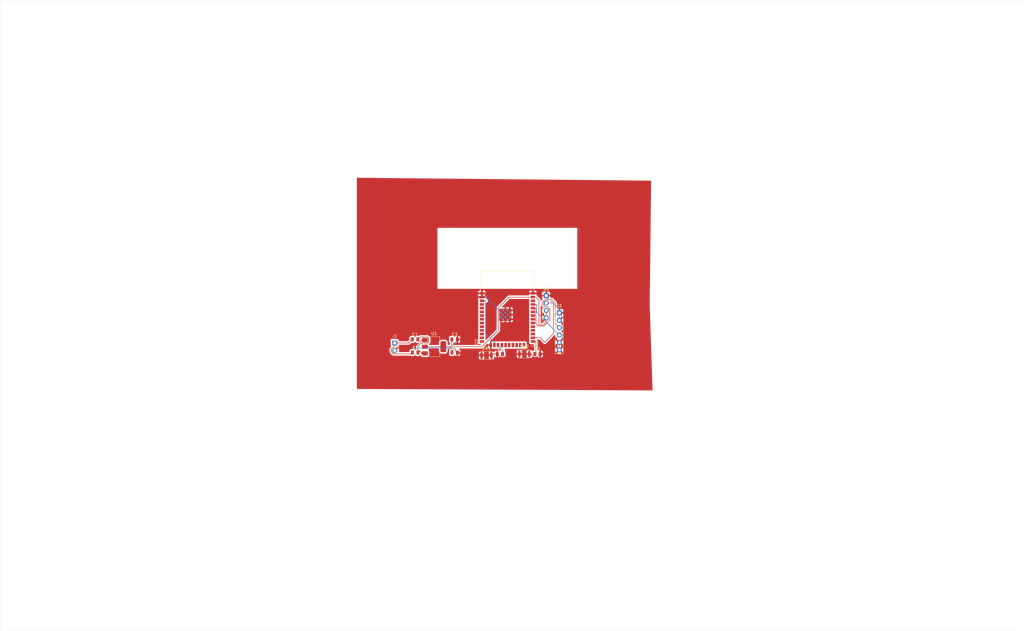
<source format=kicad_pcb>
(kicad_pcb (version 20241229) (generator "pcbnew") (generator_version "9.0")
  (layers (0 "F.Cu" signal) (2 "B.Cu" signal) (13 "F.Paste" user) (15 "B.Paste" user) (5 "F.SilkS" user "F.Silkscreen") (7 "B.SilkS" user "B.Silkscreen") (1 "F.Mask" user) (3 "B.Mask" user) (25 "Edge.Cuts" user))
  (net 0 "")
  (net 1 "Net-(U1-VI)")
  (net 2 "Net-(J1-Pin_1)")
  (net 3 "GND")
  (net 4 "Net-(U1-VO)")
  (net 5 "Net-(J2-Pin_4)")
  (net 6 "Net-(J2-Pin_3)")
  (net 7 "Net-(U2-EN)")
  (net 8 "Net-(U2-IO0)")
  (net 23 "Net-(U2-IO4)")
  (net 39 "unconnected-(U3-NC-Pad3)")
  (footprint "Capacitor_SMD:C_0805_2012Metric" (layer "F.Cu") (at 124 115.5)
    (property "Reference" "C2" (at 0 -1.68 0) (layer "F.SilkS"))
    (property "Value" "0.1uF")
    (fp_line (start -0.261252 -0.735) (end 0.261252 -0.735) (stroke (width 0.12)) (layer "F.SilkS"))
    (fp_line (start -0.261252 0.735) (end 0.261252 0.735) (stroke (width 0.12)) (layer "F.SilkS"))
    (pad "1" smd roundrect (at -0.95 0) (size 1 1.45) (layers "F.Cu" "F.Mask" "F.Paste") (net 2 "Net-(J1-Pin_1)"))
    (pad "2" smd roundrect (at 0.95 0) (size 1 1.45) (layers "F.Cu" "F.Mask" "F.Paste") (net 1 "Net-(U1-VI)"))
  )
  (footprint "Resistor_SMD:R_0805_2012Metric" (layer "F.Cu") (at 153.0875 116)
    (property "Reference" "R1" (at 0 -1.65 0) (layer "F.SilkS"))
    (property "Value" "10k")
    (fp_line (start -0.227064 -0.735) (end 0.227064 -0.735) (stroke (width 0.12)) (layer "F.SilkS"))
    (fp_line (start -0.227064 0.735) (end 0.227064 0.735) (stroke (width 0.12)) (layer "F.SilkS"))
    (pad "1" smd roundrect (at -0.9125 0) (size 1.025 1.4) (layers "F.Cu" "F.Mask" "F.Paste") (roundrect_rratio 0.243902) (net 3 "GND"))
    (pad "2" smd roundrect (at 0.9125 0) (size 1.025 1.4) (layers "F.Cu" "F.Mask" "F.Paste") (roundrect_rratio 0.243902) (net 7 "Net-(U2-EN)"))
  )
  (footprint "Button_Switch_SMD:SW_SPST_B3U-1000P" (layer "F.Cu") (at 161.5 116)
    (property "Reference" "SW2" (at 0 -2.5 0) (layer "F.SilkS"))
    (property "Value" "SW_Push")
    (fp_line (start -1.65 -1.4) (end 1.65 -1.4) (stroke (width 0.12)) (layer "F.SilkS"))
    (fp_line (start -1.65 -1.1) (end -1.65 -1.4) (stroke (width 0.12)) (layer "F.SilkS"))
    (fp_line (start -1.65 1.1) (end -1.65 1.4) (stroke (width 0.12)) (layer "F.SilkS"))
    (fp_line (start -1.65 1.4) (end 1.65 1.4) (stroke (width 0.12)) (layer "F.SilkS"))
    (fp_line (start 1.65 -1.4) (end 1.65 -1.1) (stroke (width 0.12)) (layer "F.SilkS"))
    (fp_line (start 1.65 1.4) (end 1.65 1.1) (stroke (width 0.12)) (layer "F.SilkS"))
    (pad "1" smd rect (at -1.7 0) (size 0.9 1.7) (layers "F.Cu" "F.Mask" "F.Paste") (net 3 "GND"))
    (pad "2" smd rect (at 1.7 0) (size 0.9 1.7) (layers "F.Cu" "F.Mask" "F.Paste") (net 3 "GND"))
  )
  (footprint "Capacitor_SMD:C_0805_2012Metric" (layer "F.Cu") (at 137.55 111)
    (property "Reference" "C3" (at 0 -1.68 0) (layer "F.SilkS"))
    (property "Value" "22uF")
    (fp_line (start -0.261252 -0.735) (end 0.261252 -0.735) (stroke (width 0.12)) (layer "F.SilkS"))
    (fp_line (start -0.261252 0.735) (end 0.261252 0.735) (stroke (width 0.12)) (layer "F.SilkS"))
    (pad "1" smd roundrect (at -0.95 0) (size 1 1.45) (layers "F.Cu" "F.Mask" "F.Paste") (net 4 "Net-(U1-VO)"))
    (pad "2" smd roundrect (at 0.95 0) (size 1 1.45) (layers "F.Cu" "F.Mask" "F.Paste") (net 3 "GND"))
  )
  (footprint "Connector_PinHeader_2.54mm:PinHeader_1x06_P2.54mm_Vertical" (layer "F.Cu") (at 173.5 101.88)
    (property "Reference" "J2" (at 0 -2.38 0) (layer "F.SilkS"))
    (property "Value" "Serial_Prog_Header")
    (fp_line (start -1.38 -1.38) (end 0 -1.38) (stroke (width 0.12)) (layer "F.SilkS"))
    (fp_line (start -1.38 0) (end -1.38 -1.38) (stroke (width 0.12)) (layer "F.SilkS"))
    (fp_line (start -1.38 1.27) (end -1.38 14.08) (stroke (width 0.12)) (layer "F.SilkS"))
    (fp_line (start -1.38 1.27) (end 1.38 1.27) (stroke (width 0.12)) (layer "F.SilkS"))
    (fp_line (start -1.38 14.08) (end 1.38 14.08) (stroke (width 0.12)) (layer "F.SilkS"))
    (fp_line (start 1.38 1.27) (end 1.38 14.08) (stroke (width 0.12)) (layer "F.SilkS"))
    (pad "1" thru_hole rect (at 0 0) (size 1.7 1.7) (drill 1) (layers "*.Cu" "*.Mask") (net 3 "GND"))
    (pad "2" thru_hole circle (at 0 2.54) (size 1.7 1.7) (drill 1) (layers "*.Cu" "*.Mask") (net 3 "GND"))
    (pad "3" thru_hole circle (at 0 5.08) (size 1.7 1.7) (drill 1) (layers "*.Cu" "*.Mask") (net 6 "Net-(J2-Pin_3)"))
    (pad "4" thru_hole circle (at 0 7.62) (size 1.7 1.7) (drill 1) (layers "*.Cu" "*.Mask") (net 5 "Net-(J2-Pin_4)"))
    (pad "5" thru_hole circle (at 0 10.16) (size 1.7 1.7) (drill 1) (layers "*.Cu" "*.Mask") (net 3 "GND"))
    (pad "6" thru_hole circle (at 0 12.7) (size 1.7 1.7) (drill 1) (layers "*.Cu" "*.Mask") (net 3 "GND"))
  )
  (footprint "Resistor_SMD:R_0805_2012Metric" (layer "F.Cu") (at 166 116)
    (property "Reference" "R2" (at 0 -1.65 0) (layer "F.SilkS"))
    (property "Value" "10k")
    (fp_line (start -0.227064 -0.735) (end 0.227064 -0.735) (stroke (width 0.12)) (layer "F.SilkS"))
    (fp_line (start -0.227064 0.735) (end 0.227064 0.735) (stroke (width 0.12)) (layer "F.SilkS"))
    (pad "1" smd roundrect (at -0.9125 0) (size 1.025 1.4) (layers "F.Cu" "F.Mask" "F.Paste") (roundrect_rratio 0.243902) (net 8 "Net-(U2-IO0)"))
    (pad "2" smd roundrect (at 0.9125 0) (size 1.025 1.4) (layers "F.Cu" "F.Mask" "F.Paste") (roundrect_rratio 0.243902) (net 3 "GND"))
  )
  (footprint "Connector_PinHeader_2.54mm:PinHeader_1x04_P2.54mm_Vertical" (layer "F.Cu") (at 169 95.96)
    (property "Reference" "U3" (at 0 -2.38 0) (layer "F.SilkS"))
    (property "Value" "DHT11")
    (fp_line (start -1.38 -1.38) (end 0 -1.38) (stroke (width 0.12)) (layer "F.SilkS"))
    (fp_line (start -1.38 0) (end -1.38 -1.38) (stroke (width 0.12)) (layer "F.SilkS"))
    (fp_line (start -1.38 1.27) (end -1.38 9) (stroke (width 0.12)) (layer "F.SilkS"))
    (fp_line (start -1.38 1.27) (end 1.38 1.27) (stroke (width 0.12)) (layer "F.SilkS"))
    (fp_line (start -1.38 9) (end 1.38 9) (stroke (width 0.12)) (layer "F.SilkS"))
    (fp_line (start 1.38 1.27) (end 1.38 9) (stroke (width 0.12)) (layer "F.SilkS"))
    (pad "1" thru_hole rect (at 0 0) (size 1.7 1.7) (drill 1) (layers "*.Cu" "*.Mask") (net 3 "GND"))
    (pad "2" thru_hole circle (at 0 2.54) (size 1.7 1.7) (drill 1) (layers "*.Cu" "*.Mask") (net 23 "Net-(U2-IO4)"))
    (pad "3" thru_hole circle (at 0 5.08) (size 1.7 1.7) (drill 1) (layers "*.Cu" "*.Mask") (net 39 "unconnected-(U3-NC-Pad3)"))
    (pad "4" thru_hole circle (at 0 7.62) (size 1.7 1.7) (drill 1) (layers "*.Cu" "*.Mask") (net 3 "GND"))
  )
  (footprint "Package_TO_SOT_SMD:SOT-223-3_TabPin2" (layer "F.Cu") (at 130.5 113.5)
    (property "Reference" "U1" (at 0 -4.5 0) (layer "F.SilkS"))
    (property "Value" "AMS1117-3.3")
    (fp_line (start -1.85 -3.41) (end 1.91 -3.41) (stroke (width 0.12)) (layer "F.SilkS"))
    (fp_line (start -1.85 3.41) (end 1.91 3.41) (stroke (width 0.12)) (layer "F.SilkS"))
    (fp_line (start 1.91 -3.41) (end 1.91 -2.15) (stroke (width 0.12)) (layer "F.SilkS"))
    (fp_line (start 1.91 3.41) (end 1.91 2.15) (stroke (width 0.12)) (layer "F.SilkS"))
    (fp_poly (pts (xy -3.13 -3.31) (xy -3.37 -3.64) (xy -2.89 -3.64) (xy -3.13 -3.31)) (stroke (width 0.12)) (fill yes) (layer "F.SilkS"))
    (pad "1" smd roundrect (at -3.15 -2.3) (size 2 1.5) (layers "F.Cu" "F.Mask" "F.Paste") (net 3 "GND"))
    (pad "2" smd roundrect (at -3.15 0) (size 2 1.5) (layers "F.Cu" "F.Mask" "F.Paste") (net 4 "Net-(U1-VO)"))
    (pad "2" smd roundrect (at 3.15 0) (size 2 3.8) (layers "F.Cu" "F.Mask" "F.Paste") (net 4 "Net-(U1-VO)"))
    (pad "3" smd roundrect (at -3.15 2.3) (size 2 1.5) (layers "F.Cu" "F.Mask" "F.Paste") (net 1 "Net-(U1-VI)"))
  )
  (footprint "Capacitor_SMD:C_0805_2012Metric" (layer "F.Cu") (at 137.55 115.5)
    (property "Reference" "C4" (at 0 -1.68 0) (layer "F.SilkS"))
    (property "Value" "0.1uF")
    (fp_line (start -0.261252 -0.735) (end 0.261252 -0.735) (stroke (width 0.12)) (layer "F.SilkS"))
    (fp_line (start -0.261252 0.735) (end 0.261252 0.735) (stroke (width 0.12)) (layer "F.SilkS"))
    (pad "1" smd roundrect (at -0.95 0) (size 1 1.45) (layers "F.Cu" "F.Mask" "F.Paste") (net 4 "Net-(U1-VO)"))
    (pad "2" smd roundrect (at 0.95 0) (size 1 1.45) (layers "F.Cu" "F.Mask" "F.Paste") (net 3 "GND"))
  )
  (footprint "Connector_PinHeader_2.54mm:PinHeader_1x02_P2.54mm_Vertical" (layer "F.Cu") (at 117 112.225)
    (property "Reference" "J1" (at 0 -2.38 0) (layer "F.SilkS"))
    (property "Value" "J1")
    (fp_line (start -1.38 -1.38) (end 0 -1.38) (stroke (width 0.12)) (layer "F.SilkS"))
    (fp_line (start -1.38 0) (end -1.38 -1.38) (stroke (width 0.12)) (layer "F.SilkS"))
    (fp_line (start -1.38 1.27) (end -1.38 3.92) (stroke (width 0.12)) (layer "F.SilkS"))
    (fp_line (start -1.38 1.27) (end 1.38 1.27) (stroke (width 0.12)) (layer "F.SilkS"))
    (fp_line (start -1.38 3.92) (end 1.38 3.92) (stroke (width 0.12)) (layer "F.SilkS"))
    (fp_line (start 1.38 1.27) (end 1.38 3.92) (stroke (width 0.12)) (layer "F.SilkS"))
    (pad "1" thru_hole rect (at 0 0) (size 1.7 1.7) (drill 1) (layers "*.Cu" "*.Mask") (net 2 "Net-(J1-Pin_1)"))
    (pad "2" thru_hole circle (at 0 2.54) (size 1.7 1.7) (drill 1) (layers "*.Cu" "*.Mask") (net 3 "GND"))
  )
  (footprint "RF_Module:ESP32-WROOM-32" (layer "F.Cu") (at 155.655 103.435)
    (property "Reference" "U2" (at -10.61 8.43 90) (layer "F.SilkS"))
    (property "Value" "ESP32-WROOM-32")
    (fp_line (start -9.12 -15.86) (end -9.12 -9.7) (stroke (width 0.12)) (layer "F.SilkS"))
    (fp_line (start -9.12 -15.86) (end 9.12 -15.86) (stroke (width 0.12)) (layer "F.SilkS"))
    (fp_line (start -9.12 9.1) (end -9.12 9.88) (stroke (width 0.12)) (layer "F.SilkS"))
    (fp_line (start -9.12 9.88) (end -8.12 9.88) (stroke (width 0.12)) (layer "F.SilkS"))
    (fp_line (start 9.12 -15.86) (end 9.12 -9.445) (stroke (width 0.12)) (layer "F.SilkS"))
    (fp_line (start 9.12 9.1) (end 9.12 9.88) (stroke (width 0.12)) (layer "F.SilkS"))
    (fp_line (start 9.12 9.88) (end 8.12 9.88) (stroke (width 0.12)) (layer "F.SilkS"))
    (fp_poly (pts (xy -9.125 -8.975) (xy -9.625 -8.975) (xy -9.125 -9.475) (xy -9.125 -8.975)) (stroke (width 0.12)) (fill yes) (layer "F.SilkS"))
    (pad "1" smd rect (at -8.75 -8.25) (size 1.5 0.9) (layers "F.Cu" "F.Mask" "F.Paste") (net 3 "GND"))
    (pad "2" smd rect (at -8.75 -6.98) (size 1.5 0.9) (layers "F.Cu" "F.Mask" "F.Paste") (net 3 "GND"))
    (pad "3" smd rect (at -8.75 -5.71) (size 1.5 0.9) (layers "F.Cu" "F.Mask" "F.Paste") (net 7 "Net-(U2-EN)"))
    (pad "4" smd rect (at -8.75 -4.44) (size 1.5 0.9) (layers "F.Cu" "F.Mask" "F.Paste"))
    (pad "5" smd rect (at -8.75 -3.17) (size 1.5 0.9) (layers "F.Cu" "F.Mask" "F.Paste"))
    (pad "6" smd rect (at -8.75 -1.9) (size 1.5 0.9) (layers "F.Cu" "F.Mask" "F.Paste"))
    (pad "7" smd rect (at -8.75 -0.63) (size 1.5 0.9) (layers "F.Cu" "F.Mask" "F.Paste"))
    (pad "8" smd rect (at -8.75 0.64) (size 1.5 0.9) (layers "F.Cu" "F.Mask" "F.Paste"))
    (pad "9" smd rect (at -8.75 1.91) (size 1.5 0.9) (layers "F.Cu" "F.Mask" "F.Paste"))
    (pad "10" smd rect (at -8.75 3.18) (size 1.5 0.9) (layers "F.Cu" "F.Mask" "F.Paste"))
    (pad "11" smd rect (at -8.75 4.45) (size 1.5 0.9) (layers "F.Cu" "F.Mask" "F.Paste"))
    (pad "12" smd rect (at -8.75 5.72) (size 1.5 0.9) (layers "F.Cu" "F.Mask" "F.Paste"))
    (pad "13" smd rect (at -8.75 6.99) (size 1.5 0.9) (layers "F.Cu" "F.Mask" "F.Paste"))
    (pad "14" smd rect (at -8.75 8.26) (size 1.5 0.9) (layers "F.Cu" "F.Mask" "F.Paste"))
    (pad "15" smd rect (at -5.71 9.51 90) (size 1.5 0.9) (layers "F.Cu" "F.Mask" "F.Paste") (net 3 "GND"))
    (pad "16" smd rect (at -4.44 9.51 90) (size 1.5 0.9) (layers "F.Cu" "F.Mask" "F.Paste"))
    (pad "17" smd rect (at -3.17 9.51 90) (size 1.5 0.9) (layers "F.Cu" "F.Mask" "F.Paste"))
    (pad "18" smd rect (at -1.9 9.51 90) (size 1.5 0.9) (layers "F.Cu" "F.Mask" "F.Paste"))
    (pad "19" smd rect (at -0.63 9.51 90) (size 1.5 0.9) (layers "F.Cu" "F.Mask" "F.Paste"))
    (pad "20" smd rect (at 0.64 9.51 90) (size 1.5 0.9) (layers "F.Cu" "F.Mask" "F.Paste"))
    (pad "21" smd rect (at 1.91 9.51 90) (size 1.5 0.9) (layers "F.Cu" "F.Mask" "F.Paste"))
    (pad "22" smd rect (at 3.18 9.51 90) (size 1.5 0.9) (layers "F.Cu" "F.Mask" "F.Paste"))
    (pad "23" smd rect (at 4.45 9.51 90) (size 1.5 0.9) (layers "F.Cu" "F.Mask" "F.Paste"))
    (pad "24" smd rect (at 5.72 9.51 90) (size 1.5 0.9) (layers "F.Cu" "F.Mask" "F.Paste"))
    (pad "25" smd rect (at 8.75 8.26) (size 1.5 0.9) (layers "F.Cu" "F.Mask" "F.Paste") (net 8 "Net-(U2-IO0)"))
    (pad "26" smd rect (at 8.75 6.99) (size 1.5 0.9) (layers "F.Cu" "F.Mask" "F.Paste") (net 23 "Net-(U2-IO4)"))
    (pad "27" smd rect (at 8.75 5.72) (size 1.5 0.9) (layers "F.Cu" "F.Mask" "F.Paste"))
    (pad "28" smd rect (at 8.75 4.45) (size 1.5 0.9) (layers "F.Cu" "F.Mask" "F.Paste"))
    (pad "29" smd rect (at 8.75 3.18) (size 1.5 0.9) (layers "F.Cu" "F.Mask" "F.Paste"))
    (pad "30" smd rect (at 8.75 1.91) (size 1.5 0.9) (layers "F.Cu" "F.Mask" "F.Paste"))
    (pad "31" smd rect (at 8.75 0.64) (size 1.5 0.9) (layers "F.Cu" "F.Mask" "F.Paste"))
    (pad "32" smd rect (at 8.75 -0.63) (size 1.5 0.9) (layers "F.Cu" "F.Mask" "F.Paste"))
    (pad "33" smd rect (at 8.75 -1.9) (size 1.5 0.9) (layers "F.Cu" "F.Mask" "F.Paste"))
    (pad "34" smd rect (at 8.75 -3.17) (size 1.5 0.9) (layers "F.Cu" "F.Mask" "F.Paste") (net 6 "Net-(J2-Pin_3)"))
    (pad "35" smd rect (at 8.75 -4.44) (size 1.5 0.9) (layers "F.Cu" "F.Mask" "F.Paste") (net 5 "Net-(J2-Pin_4)"))
    (pad "36" smd rect (at 8.75 -5.71) (size 1.5 0.9) (layers "F.Cu" "F.Mask" "F.Paste"))
    (pad "37" smd rect (at 8.75 -6.98) (size 1.5 0.9) (layers "F.Cu" "F.Mask" "F.Paste"))
    (pad "38" smd rect (at 8.75 -8.25) (size 1.5 0.9) (layers "F.Cu" "F.Mask" "F.Paste") (net 3 "GND"))
    (pad "39" smd rect (at -2.205 -2.435) (size 1.05 1.05) (layers "F.Cu" "F.Paste") (net 3 "GND"))
    (pad "39" thru_hole circle (at -2.205 -1.6725) (size 0.6 0.6) (drill 0.2) (property pad_prop_heatsink) (layers "*.Cu" "F.Mask") (net 3 "GND"))
    (pad "39" smd rect (at -2.205 -0.91) (size 1.05 1.05) (layers "F.Cu" "F.Paste") (net 3 "GND"))
    (pad "39" thru_hole circle (at -2.205 -0.1475) (size 0.6 0.6) (drill 0.2) (property pad_prop_heatsink) (layers "*.Cu" "F.Mask") (net 3 "GND"))
    (pad "39" smd rect (at -2.205 0.615) (size 1.05 1.05) (layers "F.Cu" "F.Paste") (net 3 "GND"))
    (pad "39" thru_hole circle (at -1.4425 -2.435) (size 0.6 0.6) (drill 0.2) (property pad_prop_heatsink) (layers "*.Cu" "F.Mask") (net 3 "GND"))
    (pad "39" thru_hole circle (at -1.4425 -0.91) (size 0.6 0.6) (drill 0.2) (property pad_prop_heatsink) (layers "*.Cu" "F.Mask") (net 3 "GND"))
    (pad "39" thru_hole circle (at -1.4425 0.615) (size 0.6 0.6) (drill 0.2) (property pad_prop_heatsink) (layers "*.Cu" "F.Mask") (net 3 "GND"))
    (pad "39" smd rect (at -0.68 -2.435) (size 1.05 1.05) (layers "F.Cu" "F.Paste") (net 3 "GND"))
    (pad "39" thru_hole circle (at -0.68 -1.6725) (size 0.6 0.6) (drill 0.2) (property pad_prop_heatsink) (layers "*.Cu" "F.Mask") (net 3 "GND"))
    (pad "39" smd rect (at -0.68 -0.91) (size 1.05 1.05) (layers "F.Cu" "F.Paste") (net 3 "GND"))
    (pad "39" smd rect (at -0.68 -0.91) (size 4.2 4.2) (property pad_prop_heatsink) (layers "F.Cu" "F.Mask") (net 3 "GND"))
    (pad "39" thru_hole circle (at -0.68 -0.1475) (size 0.6 0.6) (drill 0.2) (property pad_prop_heatsink) (layers "*.Cu" "F.Mask") (net 3 "GND"))
    (pad "39" smd rect (at -0.68 0.615) (size 1.05 1.05) (layers "F.Cu" "F.Paste") (net 3 "GND"))
    (pad "39" thru_hole circle (at 0.0825 -2.435) (size 0.6 0.6) (drill 0.2) (property pad_prop_heatsink) (layers "*.Cu" "F.Mask") (net 3 "GND"))
    (pad "39" thru_hole circle (at 0.0825 -0.91) (size 0.6 0.6) (drill 0.2) (property pad_prop_heatsink) (layers "*.Cu" "F.Mask") (net 3 "GND"))
    (pad "39" thru_hole circle (at 0.0825 0.615) (size 0.6 0.6) (drill 0.2) (property pad_prop_heatsink) (layers "*.Cu" "F.Mask") (net 3 "GND"))
    (pad "39" smd rect (at 0.845 -2.435) (size 1.05 1.05) (layers "F.Cu" "F.Paste") (net 3 "GND"))
    (pad "39" thru_hole circle (at 0.845 -1.6725) (size 0.6 0.6) (drill 0.2) (property pad_prop_heatsink) (layers "*.Cu" "F.Mask") (net 3 "GND"))
    (pad "39" smd rect (at 0.845 -0.91) (size 1.05 1.05) (layers "F.Cu" "F.Paste") (net 3 "GND"))
    (pad "39" thru_hole circle (at 0.845 -0.1475) (size 0.6 0.6) (drill 0.2) (property pad_prop_heatsink) (layers "*.Cu" "F.Mask") (net 3 "GND"))
    (pad "39" smd rect (at 0.845 0.615) (size 1.05 1.05) (layers "F.Cu" "F.Paste") (net 3 "GND"))
    (zone (net 0) (net_name "") (layers "F.Cu" "B.Cu") (connect_pads (clearance 0)) (min_thickness 0.254)
      (keepout (tracks not_allowed) (vias not_allowed) (pads not_allowed) (copperpour not_allowed) (footprints not_allowed))
      (fill (thermal_gap 0.508) (thermal_bridge_width 0.508))
      (polygon (pts (xy 131.655 93.635) (xy 179.655 93.635) (xy 179.655 72.695) (xy 131.655 72.695)))
    )
  )
  (footprint "Capacitor_SMD:C_0805_2012Metric" (layer "F.Cu") (at 123.95 111)
    (property "Reference" "C1" (at 0 -1.68 0) (layer "F.SilkS"))
    (property "Value" "10uF")
    (fp_line (start -0.261252 -0.735) (end 0.261252 -0.735) (stroke (width 0.12)) (layer "F.SilkS"))
    (fp_line (start -0.261252 0.735) (end 0.261252 0.735) (stroke (width 0.12)) (layer "F.SilkS"))
    (pad "1" smd roundrect (at -0.95 0) (size 1 1.45) (layers "F.Cu" "F.Mask" "F.Paste") (net 2 "Net-(J1-Pin_1)"))
    (pad "2" smd roundrect (at 0.95 0) (size 1 1.45) (layers "F.Cu" "F.Mask" "F.Paste") (net 1 "Net-(U1-VI)"))
  )
  (footprint "Button_Switch_SMD:SW_SPST_B3U-1000P" (layer "F.Cu") (at 148.5 116.5)
    (property "Reference" "SW1" (at 0 -2.5 0) (layer "F.SilkS"))
    (property "Value" "SW_Push")
    (fp_line (start -1.65 -1.4) (end 1.65 -1.4) (stroke (width 0.12)) (layer "F.SilkS"))
    (fp_line (start -1.65 -1.1) (end -1.65 -1.4) (stroke (width 0.12)) (layer "F.SilkS"))
    (fp_line (start -1.65 1.1) (end -1.65 1.4) (stroke (width 0.12)) (layer "F.SilkS"))
    (fp_line (start -1.65 1.4) (end 1.65 1.4) (stroke (width 0.12)) (layer "F.SilkS"))
    (fp_line (start 1.65 -1.4) (end 1.65 -1.1) (stroke (width 0.12)) (layer "F.SilkS"))
    (fp_line (start 1.65 1.4) (end 1.65 1.1) (stroke (width 0.12)) (layer "F.SilkS"))
    (pad "1" smd rect (at -1.7 0) (size 0.9 1.7) (layers "F.Cu" "F.Mask" "F.Paste") (net 3 "GND"))
    (pad "2" smd rect (at 1.7 0) (size 0.9 1.7) (layers "F.Cu" "F.Mask" "F.Paste") (net 3 "GND"))
  )
  (gr_rect (start -18.5 -5.5) (end 333 211) (stroke (width 0.05)) (fill no) (layer "Edge.Cuts"))
  (segment (start 128.651 110.545) (end 128.651 111.855) (width 0.2) (layer "F.Cu") (net 1))
  (segment (start 124.9 114.35) (end 125.625 115.075) (width 0.2) (layer "F.Cu") (net 1))
  (segment (start 126.35 115.8) (end 127.35 115.8) (width 0.2) (layer "F.Cu") (net 1))
  (segment (start 128.255 112.251) (end 125.999 112.251) (width 0.2) (layer "F.Cu") (net 1))
  (segment (start 125.625 115.075) (end 126.35 115.8) (width 0.2) (layer "F.Cu") (net 1))
  (segment (start 128.255 110.149) (end 128.651 110.545) (width 0.2) (layer "F.Cu") (net 1))
  (segment (start 125.625 115.075) (end 125.375 115.075) (width 0.2) (layer "F.Cu") (net 1))
  (segment (start 125.375 115.075) (end 124.95 115.5) (width 0.2) (layer "F.Cu") (net 1))
  (segment (start 125.751 110.149) (end 128.255 110.149) (width 0.2) (layer "F.Cu") (net 1))
  (segment (start 125.999 112.251) (end 124.9 113.35) (width 0.2) (layer "F.Cu") (net 1))
  (segment (start 128.651 111.855) (end 128.255 112.251) (width 0.2) (layer "F.Cu") (net 1))
  (segment (start 124.9 113.35) (end 124.9 114.35) (width 0.2) (layer "F.Cu") (net 1))
  (segment (start 124.9 111) (end 125.751 110.149) (width 0.2) (layer "F.Cu") (net 1))
  (segment (start 121.775 112.225) (end 123 111) (width 0.2) (layer "F.Cu") (net 2))
  (segment (start 122.5888 115.9612) (end 123.05 115.5) (width 0.2) (layer "F.Cu") (net 2))
  (segment (start 116.7125 113.3751) (end 115.8292 114.2584) (width 0.2) (layer "F.Cu") (net 2))
  (segment (start 115.8292 115.224) (end 116.5664 115.9612) (width 0.2) (layer "F.Cu") (net 2))
  (segment (start 117 112.225) (end 121.775 112.225) (width 0.2) (layer "F.Cu") (net 2))
  (segment (start 115.8292 114.2584) (end 115.8292 115.224) (width 0.2) (layer "F.Cu") (net 2))
  (segment (start 117 112.225) (end 117 113.3751) (width 0.2) (layer "F.Cu") (net 2))
  (segment (start 116.5664 115.9612) (end 122.5888 115.9612) (width 0.2) (layer "F.Cu") (net 2))
  (segment (start 117 113.3751) (end 116.7125 113.3751) (width 0.2) (layer "F.Cu") (net 2))
  (segment (start 159.8 116) (end 159.0499 116) (width 0.2) (layer "F.Cu") (net 3))
  (segment (start 153.45 102.525) (end 154.2125 102.525) (width 0.2) (layer "F.Cu") (net 3))
  (segment (start 163.2 116) (end 163.9501 116) (width 0.2) (layer "F.Cu") (net 3))
  (segment (start 126.3 111.2) (end 127.35 111.2) (width 0.2) (layer "F.Cu") (net 3))
  (segment (start 167.0749 95.185) (end 164.405 95.185) (width 0.2) (layer "F.Cu") (net 3))
  (segment (start 173.5 101.88) (end 174.6501 101.88) (width 0.2) (layer "F.Cu") (net 3))
  (segment (start 154.2125 104.05) (end 153.45 104.05) (width 0.2) (layer "F.Cu") (net 3))
  (segment (start 154.975 101) (end 155.7375 101) (width 0.2) (layer "F.Cu") (net 3))
  (segment (start 147.1751 116) (end 147.5501 116) (width 0.2) (layer "F.Cu") (net 3))
  (segment (start 204.5022 99.5) (end 177.0301 99.5) (width 0.2) (layer "F.Cu") (net 3))
  (segment (start 147.1751 116) (end 146.8 116) (width 0.2) (layer "F.Cu") (net 3))
  (segment (start 146.8 116) (end 139 116) (width 0.2) (layer "F.Cu") (net 3))
  (segment (start 149.945 116) (end 147.5501 116) (width 0.2) (layer "F.Cu") (net 3))
  (segment (start 123.585 113.915) (end 126.3 111.2) (width 0.2) (layer "F.Cu") (net 3))
  (segment (start 169 95.96) (end 167.8499 95.96) (width 0.2) (layer "F.Cu") (net 3))
  (segment (start 156.5 102.525) (end 155.7375 102.525) (width 0.2) (layer "F.Cu") (net 3))
  (segment (start 154.975 101.7625) (end 154.975 102.525) (width 0.2) (layer "F.Cu") (net 3))
  (segment (start 154.2125 101) (end 154.975 101) (width 0.2) (layer "F.Cu") (net 3))
  (segment (start 164.6254 117.0504) (end 163.9501 116.3751) (width 0.2) (layer "F.Cu") (net 3))
  (segment (start 146.905 95.185) (end 147.9551 95.185) (width 0.2) (layer "F.Cu") (net 3))
  (segment (start 167.8499 95.96) (end 167.0749 95.185) (width 0.2) (layer "F.Cu") (net 3))
  (segment (start 159.8 116) (end 163.2 116) (width 0.2) (layer "F.Cu") (net 3))
  (segment (start 156.5 102.525) (end 156.5 101.7625) (width 0.2) (layer "F.Cu") (net 3))
  (segment (start 149.945 111.8949) (end 153.45 108.3899) (width 0.2) (layer "F.Cu") (net 3))
  (segment (start 147.9551 95.185) (end 147.9551 96.3767) (width 0.2) (layer "F.Cu") (net 3))
  (segment (start 138.5 111.3558) (end 138.5 111) (width 0.2) (layer "F.Cu") (net 3))
  (segment (start 153.45 101) (end 153.45 101.7625) (width 0.2) (layer "F.Cu") (net 3))
  (segment (start 155.7375 102.525) (end 154.975 102.525) (width 0.2) (layer "F.Cu") (net 3))
  (segment (start 165.8621 117.0504) (end 164.6254 117.0504) (width 0.2) (layer "F.Cu") (net 3))
  (segment (start 153.45 101) (end 154.2125 101) (width 0.2) (layer "F.Cu") (net 3))
  (segment (start 149.945 112.945) (end 149.945 113.9951) (width 0.2) (layer "F.Cu") (net 3))
  (segment (start 148.2602 96.3767) (end 147.9551 96.3767) (width 0.2) (layer "F.Cu") (net 3))
  (segment (start 156.5 103.2875) (end 156.5 102.525) (width 0.2) (layer "F.Cu") (net 3))
  (segment (start 146.905 96.455) (end 147.9551 96.455) (width 0.2) (layer "F.Cu") (net 3))
  (segment (start 150.2 116) (end 149.945 116) (width 0.2) (layer "F.Cu") (net 3))
  (segment (start 117 114.765) (end 117.85 113.915) (width 0.2) (layer "F.Cu") (net 3))
  (segment (start 152.175 116) (end 150.9501 116) (width 0.2) (layer "F.Cu") (net 3))
  (segment (start 166.9125 116) (end 172.08 116) (width 0.2) (layer "F.Cu") (net 3))
  (segment (start 149.945 112.945) (end 149.945 111.8949) (width 0.2) (layer "F.Cu") (net 3))
  (segment (start 153.1762 117.0012) (end 152.175 116) (width 0.2) (layer "F.Cu") (net 3))
  (segment (start 150.2 116) (end 150.9501 116) (width 0.2) (layer "F.Cu") (net 3))
  (segment (start 156.5 104.05) (end 156.5 103.2875) (width 0.2) (layer "F.Cu") (net 3))
  (segment (start 166.9125 116) (end 165.8621 117.0504) (width 0.2) (layer "F.Cu") (net 3))
  (segment (start 149.945 116) (end 149.945 113.9951) (width 0.2) (layer "F.Cu") (net 3))
  (segment (start 137.7827 112.0731) (end 138.5 111.3558) (width 0.2) (layer "F.Cu") (net 3))
  (segment (start 153.45 104.05) (end 153.45 103.2875) (width 0.2) (layer "F.Cu") (net 3))
  (segment (start 139 116) (end 138.5 115.5) (width 0.2) (layer "F.Cu") (net 3))
  (segment (start 117.85 113.915) (end 123.585 113.915) (width 0.2) (layer "F.Cu") (net 3))
  (segment (start 172.08 116) (end 173.5 114.58) (width 0.2) (layer "F.Cu") (net 3))
  (segment (start 154.975 104.05) (end 155.7375 104.05) (width 0.2) (layer "F.Cu") (net 3))
  (segment (start 153.45 108.3899) (end 153.45 104.05) (width 0.2) (layer "F.Cu") (net 3))
  (segment (start 155.7375 104.05) (end 156.5 104.05) (width 0.2) (layer "F.Cu") (net 3))
  (segment (start 154.2125 102.525) (end 154.975 102.525) (width 0.2) (layer "F.Cu") (net 3))
  (segment (start 154.975 104.05) (end 154.2125 104.05) (width 0.2) (layer "F.Cu") (net 3))
  (segment (start 163.9501 116.3751) (end 163.9501 116) (width 0.2) (layer "F.Cu") (net 3))
  (segment (start 156.5 101.7625) (end 156.5 101) (width 0.2) (layer "F.Cu") (net 3))
  (segment (start 158.0487 117.0012) (end 153.1762 117.0012) (width 0.2) (layer "F.Cu") (net 3))
  (segment (start 147.9551 96.3767) (end 147.9551 96.455) (width 0.2) (layer "F.Cu") (net 3))
  (segment (start 177.0301 99.5) (end 174.6501 101.88) (width 0.2) (layer "F.Cu") (net 3))
  (segment (start 138.5 115.5) (end 137.5797 114.5797) (width 0.2) (layer "F.Cu") (net 3))
  (segment (start 154.975 102.525) (end 154.975 103.2875) (width 0.2) (layer "F.Cu") (net 3))
  (segment (start 155.7375 101) (end 156.5 101) (width 0.2) (layer "F.Cu") (net 3))
  (segment (start 159.0499 116) (end 158.0487 117.0012) (width 0.2) (layer "F.Cu") (net 3))
  (via (at 123.585 113.915) (size 0.6) (drill 0.3) (layers "F.Cu" "B.Cu") (net 3))
  (via (at 137.5797 114.5797) (size 0.6) (drill 0.3) (layers "F.Cu" "B.Cu") (net 3))
  (via (at 137.7827 112.0731) (size 0.6) (drill 0.3) (layers "F.Cu" "B.Cu") (net 3))
  (via (at 148.2602 96.3767) (size 0.6) (drill 0.3) (layers "F.Cu" "B.Cu") (net 3))
  (segment (start 174.6966 110.8434) (end 173.5 112.04) (width 0.2) (layer "B.Cu") (net 3))
  (segment (start 173.5 101.3049) (end 173.5 101.88) (width 0.2) (layer "B.Cu") (net 3))
  (segment (start 169 95.96) (end 169 97.1101) (width 0.2) (layer "B.Cu") (net 3))
  (segment (start 153.45 101.7625) (end 148.2602 96.5727) (width 0.2) (layer "B.Cu") (net 3))
  (segment (start 173.5 101.3049) (end 173.5 100.7299) (width 0.2) (layer "B.Cu") (net 3))
  (segment (start 173.5 104.42) (end 174.6966 105.6166) (width 0.2) (layer "B.Cu") (net 3))
  (segment (start 148.2602 96.5727) (end 148.2602 96.3767) (width 0.2) (layer "B.Cu") (net 3))
  (segment (start 173.5 112.04) (end 173.5 114.58) (width 0.2) (layer "B.Cu") (net 3))
  (segment (start 173.5 101.88) (end 173.5 104.42) (width 0.2) (layer "B.Cu") (net 3))
  (segment (start 136.915 113.915) (end 136.915 112.9408) (width 0.2) (layer "B.Cu") (net 3))
  (segment (start 173.5 100.7299) (end 169.8802 97.1101) (width 0.2) (layer "B.Cu") (net 3))
  (segment (start 174.6966 105.6166) (end 174.6966 110.8434) (width 0.2) (layer "B.Cu") (net 3))
  (segment (start 123.585 113.915) (end 136.915 113.915) (width 0.2) (layer "B.Cu") (net 3))
  (segment (start 136.915 112.9408) (end 137.7827 112.0731) (width 0.2) (layer "B.Cu") (net 3))
  (segment (start 136.915 113.915) (end 137.5797 114.5797) (width 0.2) (layer "B.Cu") (net 3))
  (segment (start 169.8802 97.1101) (end 169 97.1101) (width 0.2) (layer "B.Cu") (net 3))
  (segment (start 146.902 113.5) (end 152.574 107.828) (width 0.2) (layer "F.Cu") (net 4))
  (segment (start 136.483 113.5) (end 146.902 113.5) (width 0.2) (layer "F.Cu") (net 4))
  (segment (start 135.7745 113.5) (end 136.6 114.3255) (width 0.2) (layer "F.Cu") (net 4))
  (segment (start 136.6 114.3255) (end 136.6 115.5) (width 0.2) (layer "F.Cu") (net 4))
  (segment (start 152.574 107.828) (end 152.574 100.124) (width 0.2) (layer "F.Cu") (net 4))
  (segment (start 136.483 111.117) (end 136.6 111) (width 0.2) (layer "F.Cu") (net 4))
  (segment (start 135.7745 113.5) (end 136.483 113.5) (width 0.2) (layer "F.Cu") (net 4))
  (segment (start 136.483 113.5) (end 136.483 111.117) (width 0.2) (layer "F.Cu") (net 4))
  (segment (start 156.198 96.5) (end 163.354 96.5) (width 0.2) (layer "F.Cu") (net 4))
  (segment (start 133.65 113.5) (end 135.7745 113.5) (width 0.2) (layer "F.Cu") (net 4))
  (segment (start 152.574 100.124) (end 156.198 96.5) (width 0.2) (layer "F.Cu") (net 4))
  (segment (start 127.35 113.5) (end 133.65 113.5) (width 0.2) (layer "F.Cu") (net 4))
  (segment (start 164.405 98.995) (end 165.4551 98.995) (width 0.2) (layer "F.Cu") (net 5))
  (segment (start 165.4551 99.01) (end 165.6761 99.231) (width 0.2) (layer "F.Cu") (net 5))
  (segment (start 165.4551 98.995) (end 165.4551 99.01) (width 0.2) (layer "F.Cu") (net 5))
  (via (at 165.6761 99.231) (size 0.6) (drill 0.3) (layers "F.Cu" "B.Cu") (net 5))
  (segment (start 165.6761 101.6761) (end 173.5 109.5) (width 0.2) (layer "B.Cu") (net 5))
  (segment (start 165.6761 99.231) (end 165.6761 101.6761) (width 0.2) (layer "B.Cu") (net 5))
  (segment (start 164.405 100.265) (end 165.4551 100.265) (width 0.2) (layer "F.Cu") (net 6))
  (segment (start 168.6076 99.77) (end 167.8186 98.981) (width 0.2) (layer "F.Cu") (net 6))
  (segment (start 167.8186 98.0394) (end 168.516 97.342) (width 0.2) (layer "F.Cu") (net 6))
  (segment (start 172.1102 98.5038) (end 172.1102 105.5702) (width 0.2) (layer "F.Cu") (net 6))
  (segment (start 167.8186 98.981) (end 167.8186 98.0394) (width 0.2) (layer "F.Cu") (net 6))
  (segment (start 169.4218 99.77) (end 168.6076 99.77) (width 0.2) (layer "F.Cu") (net 6))
  (segment (start 166.2685 106.4002) (end 168.1657 106.4002) (width 0.2) (layer "F.Cu") (net 6))
  (segment (start 165.4551 100.265) (end 165.4551 105.5868) (width 0.2) (layer "F.Cu") (net 6))
  (segment (start 172.1102 105.5702) (end 173.5 106.96) (width 0.2) (layer "F.Cu") (net 6))
  (segment (start 168.1657 106.4002) (end 170.1874 104.3785) (width 0.2) (layer "F.Cu") (net 6))
  (segment (start 170.9484 97.342) (end 172.1102 98.5038) (width 0.2) (layer "F.Cu") (net 6))
  (segment (start 170.1874 100.5356) (end 169.4218 99.77) (width 0.2) (layer "F.Cu") (net 6))
  (segment (start 168.516 97.342) (end 170.9484 97.342) (width 0.2) (layer "F.Cu") (net 6))
  (segment (start 165.4551 105.5868) (end 166.2685 106.4002) (width 0.2) (layer "F.Cu") (net 6))
  (segment (start 170.1874 104.3785) (end 170.1874 100.5356) (width 0.2) (layer "F.Cu") (net 6))
  (segment (start 147.9551 97.725) (end 148.1654 97.725) (width 0.2) (layer "F.Cu") (net 7))
  (segment (start 146.905 97.725) (end 147.9551 97.725) (width 0.2) (layer "F.Cu") (net 7))
  (segment (start 154 114.7893) (end 154 116) (width 0.2) (layer "F.Cu") (net 7))
  (via (at 148.1654 97.725) (size 0.6) (drill 0.3) (layers "F.Cu" "B.Cu") (net 7))
  (via (at 154 114.7893) (size 0.6) (drill 0.3) (layers "F.Cu" "B.Cu") (net 7))
  (segment (start 154 114.7893) (end 148.1654 108.9547) (width 0.2) (layer "B.Cu") (net 7))
  (segment (start 148.1654 108.9547) (end 148.1654 97.725) (width 0.2) (layer "B.Cu") (net 7))
  (segment (start 165.4551 115.6324) (end 165.0875 116) (width 0.2) (layer "F.Cu") (net 8))
  (segment (start 164.405 111.695) (end 165.4551 111.695) (width 0.2) (layer "F.Cu") (net 8))
  (segment (start 165.4551 111.695) (end 165.4551 115.6324) (width 0.2) (layer "F.Cu") (net 8))
  (segment (start 171.5 98.5) (end 171.5 109) (width 0.2) (layer "F.Cu") (net 23))
  (segment (start 169 98.5) (end 171.5 98.5) (width 0.2) (layer "F.Cu") (net 23))
  (segment (start 171.5 109) (end 168.5 112) (width 0.2) (layer "F.Cu") (net 23))
  (segment (start 168.5 112) (end 166.925 110.425) (width 0.2) (layer "F.Cu") (net 23))
  (segment (start 166.925 110.425) (end 164.405 110.425) (width 0.2) (layer "F.Cu") (net 23))
  (segment (start 169 105) (end 168 106) (width 0.2) (layer "F.Cu") (net 39))
  (segment (start 166.5 106) (end 166.5 97.5) (width 0.2) (layer "F.Cu") (net 39))
  (segment (start 168 106) (end 166.5 106) (width 0.2) (layer "F.Cu") (net 39))
  (segment (start 166.5 97.5) (end 165.5 96.5) (width 0.2) (layer "F.Cu") (net 39))
  (segment (start 169 101.04) (end 169 105) (width 0.2) (layer "F.Cu") (net 39))
  (zone (net 3) (net_name "GND") (layer "F.Cu") (connect_pads (clearance 0.5)) (min_thickness 0.25) (fill yes (thermal_gap 0.5) (thermal_bridge_width 0.5))
    (polygon (pts (xy 204.5 100) (xy 205 56.5) (xy 104 55.5) (xy 104 128) (xy 205.5 128.5) (xy 204.5 99)))
  )
)
</source>
